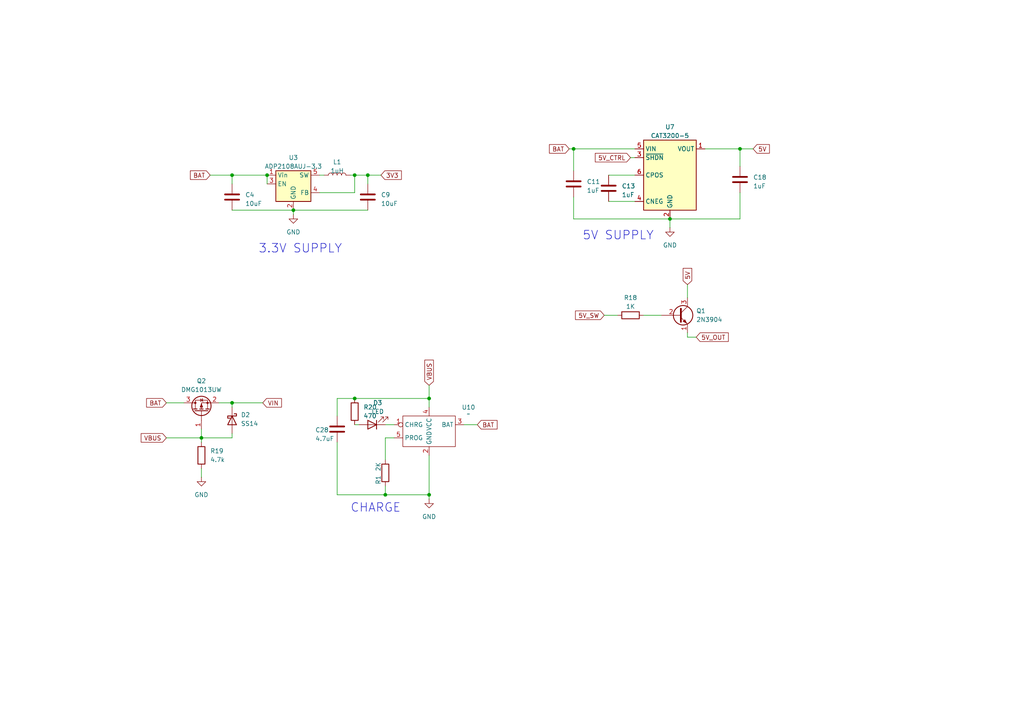
<source format=kicad_sch>
(kicad_sch (version 20231120) (generator "eeschema") (generator_version "8.0")
  (paper "A4")
  (lib_symbols
    (symbol "Battery_Management:TP4054"
      (property "Reference" "U" (at -6.604 0 0))
      (symbol "TP4054_0_1"
        (rectangle (start -7.62 -1.27) (end 7.62 -10.16))
      )
      (symbol "TP4054_1_1"
        (pin input inverted (at -10.16 -3.81 0) (length 2.54) (name "CHRG") (number "1"))
        (pin input line (at 0 -12.7 90) (length 2.54) (name "GND") (number "2"))
        (pin power_in line (at 10.16 -3.81 180) (length 2.54) (name "BAT") (number "3"))
        (pin power_in line (at 0 1.27 270) (length 2.54) (name "VCC") (number "4"))
        (pin input line (at -10.16 -7.62 0) (length 2.54) (name "PROG") (number "5"))
      )
    )
    (symbol "Device:C" (pin_numbers hide) (pin_names (offset 0.254))
      (property "Reference" "C" (at 0.635 2.54 0))
      (property "Value" "C" (at 0.635 -2.54 0))
      (symbol "C_0_1"
        (polyline (pts (xy -2.032 -0.762) (xy 2.032 -0.762)) (stroke (width 0.508)))
        (polyline (pts (xy -2.032 0.762) (xy 2.032 0.762)) (stroke (width 0.508)))
      )
      (symbol "C_1_1"
        (pin passive line (at 0 3.81 270) (length 2.794) (name "~") (number "1"))
        (pin passive line (at 0 -3.81 90) (length 2.794) (name "~") (number "2"))
      )
    )
    (symbol "Device:L" (pin_numbers hide) (pin_names (offset 1.016) hide)
      (property "Reference" "L" (at -1.27 0 90))
      (property "Value" "L" (at 1.905 0 90))
      (symbol "L_0_1"
        (arc (start 0 -2.54) (mid 0.6323 -1.905) (end 0 -1.27))
        (arc (start 0 -1.27) (mid 0.6323 -0.635) (end 0 0))
        (arc (start 0 0) (mid 0.6323 0.635) (end 0 1.27))
        (arc (start 0 1.27) (mid 0.6323 1.905) (end 0 2.54))
      )
      (symbol "L_1_1"
        (pin passive line (at 0 3.81 270) (length 1.27) (name "1") (number "1"))
        (pin passive line (at 0 -3.81 90) (length 1.27) (name "2") (number "2"))
      )
    )
    (symbol "Device:LED" (pin_numbers hide) (pin_names (offset 1.016) hide)
      (property "Reference" "D" (at 0 2.54 0))
      (property "Value" "LED" (at 0 -2.54 0))
      (symbol "LED_0_1"
        (polyline (pts (xy -1.27 -1.27) (xy -1.27 1.27)) (stroke (width 0.254)))
        (polyline (pts (xy -1.27 0) (xy 1.27 0)))
        (polyline (pts (xy 1.27 -1.27) (xy 1.27 1.27) (xy -1.27 0) (xy 1.27 -1.27)) (stroke (width 0.254)))
        (polyline (pts (xy -3.048 -0.762) (xy -4.572 -2.286) (xy -3.81 -2.286) (xy -4.572 -2.286) (xy -4.572 -1.524)))
        (polyline (pts (xy -1.778 -0.762) (xy -3.302 -2.286) (xy -2.54 -2.286) (xy -3.302 -2.286) (xy -3.302 -1.524)))
      )
      (symbol "LED_1_1"
        (pin passive line (at -3.81 0 0) (length 2.54) (name "K") (number "1"))
        (pin passive line (at 3.81 0 180) (length 2.54) (name "A") (number "2"))
      )
    )
    (symbol "Device:R" (pin_numbers hide) (pin_names (offset 0))
      (property "Reference" "R" (at 2.032 0 90))
      (property "Value" "R" (at 0 0 90))
      (symbol "R_0_1"
        (rectangle (start -1.016 -2.54) (end 1.016 2.54) (stroke (width 0.254)))
      )
      (symbol "R_1_1"
        (pin passive line (at 0 3.81 270) (length 1.27) (name "~") (number "1"))
        (pin passive line (at 0 -3.81 90) (length 1.27) (name "~") (number "2"))
      )
    )
    (symbol "Diode:SS14" (pin_numbers hide) (pin_names (offset 1.016) hide)
      (property "Reference" "D" (at 0 2.54 0))
      (property "Value" "SS14" (at 0 -2.54 0))
      (symbol "SS14_0_1"
        (polyline (pts (xy 1.27 0) (xy -1.27 0)))
        (polyline (pts (xy 1.27 1.27) (xy 1.27 -1.27) (xy -1.27 0) (xy 1.27 1.27)) (stroke (width 0.254)))
        (polyline (pts (xy -1.905 0.635) (xy -1.905 1.27) (xy -1.27 1.27) (xy -1.27 -1.27) (xy -0.635 -1.27) (xy -0.635 -0.635)) (stroke (width 0.254)))
      )
      (symbol "SS14_1_1"
        (pin passive line (at -3.81 0 0) (length 2.54) (name "K") (number "1"))
        (pin passive line (at 3.81 0 180) (length 2.54) (name "A") (number "2"))
      )
    )
    (symbol "GND_2" (power) (pin_numbers hide) (pin_names (offset 0) hide)
      (property "Value" "GND" (at 0 -3.81 0))
      (symbol "GND_2_0_1"
        (polyline (pts (xy 0 0) (xy 0 -1.27) (xy 1.27 -1.27) (xy 0 -2.54) (xy -1.27 -1.27) (xy 0 -1.27)))
      )
      (symbol "GND_2_1_1"
        (pin power_in line (at 0 0 270) (length 0) (name "~") (number "1"))
      )
    )
    (symbol "Regulator_SwitchedCapacitor:CAT3200-5"
      (property "Reference" "U" (at 6.35 11.43 0))
      (property "Value" "CAT3200-5" (at 6.35 -11.43 0))
      (symbol "CAT3200-5_0_1"
        (rectangle (start -7.62 10.16) (end 7.62 -10.16) (stroke (width 0.254)) (fill (type background)))
      )
      (symbol "CAT3200-5_1_1"
        (pin power_out line (at 10.16 7.62 180) (length 2.54) (name "VOUT") (number "1"))
        (pin power_in line (at 0 -12.7 90) (length 2.54) (name "GND") (number "2"))
        (pin input line (at -10.16 5.08 0) (length 2.54) (name "~{SHDN}") (number "3"))
        (pin passive line (at -10.16 -7.62 0) (length 2.54) (name "CNEG") (number "4"))
        (pin power_in line (at -10.16 7.62 0) (length 2.54) (name "VIN") (number "5"))
        (pin passive line (at -10.16 0 0) (length 2.54) (name "CPOS") (number "6"))
      )
    )
    (symbol "Regulator_Switching:ADP2108AUJ-3.3"
      (property "Reference" "U" (at -5.08 5.08 0))
      (property "Value" "ADP2108AUJ-3.3" (at 0 5.08 0))
      (symbol "ADP2108AUJ-3.3_0_1"
        (rectangle (start -5.08 3.81) (end 5.08 -5.08) (stroke (width 0.254)) (fill (type background)))
      )
      (symbol "ADP2108AUJ-3.3_1_1"
        (pin power_in line (at -7.62 2.54 0) (length 2.54) (name "Vin") (number "1"))
        (pin power_in line (at 0 -7.62 90) (length 2.54) (name "GND") (number "2"))
        (pin input line (at -7.62 0 0) (length 2.54) (name "EN") (number "3"))
        (pin input line (at 7.62 -2.54 180) (length 2.54) (name "FB") (number "4"))
        (pin input line (at 7.62 2.54 180) (length 2.54) (name "SW") (number "5"))
      )
    )
    (symbol "Transistor_BJT:2N3904" (pin_names (offset 0) hide)
      (property "Reference" "Q" (at 5.08 1.905 0))
      (property "Value" "2N3904" (at 5.08 0 0))
      (symbol "2N3904_0_1"
        (polyline (pts (xy 0.635 0.635) (xy 2.54 2.54)))
        (polyline (pts (xy 0.635 -0.635) (xy 2.54 -2.54) (xy 2.54 -2.54)))
        (polyline (pts (xy 0.635 1.905) (xy 0.635 -1.905) (xy 0.635 -1.905)) (stroke (width 0.508)))
        (polyline (pts (xy 1.27 -1.778) (xy 1.778 -1.27) (xy 2.286 -2.286) (xy 1.27 -1.778) (xy 1.27 -1.778)) (fill (type outline)))
        (circle (center 1.27 0) (radius 2.8194) (stroke (width 0.254)))
      )
      (symbol "2N3904_1_1"
        (pin passive line (at 2.54 -5.08 90) (length 2.54) (name "E") (number "1"))
        (pin passive line (at -5.08 0 0) (length 5.715) (name "B") (number "2"))
        (pin passive line (at 2.54 5.08 270) (length 2.54) (name "C") (number "3"))
      )
    )
    (symbol "Transistor_FET:IRLML6402" (pin_names hide)
      (property "Reference" "Q" (at 5.08 1.905 0))
      (property "Value" "IRLML6402" (at 5.08 0 0))
      (symbol "IRLML6402_0_1"
        (polyline (pts (xy 0.254 0) (xy -2.54 0)))
        (polyline (pts (xy 0.254 1.905) (xy 0.254 -1.905)) (stroke (width 0.254)))
        (polyline (pts (xy 0.762 -1.27) (xy 0.762 -2.286)) (stroke (width 0.254)))
        (polyline (pts (xy 0.762 0.508) (xy 0.762 -0.508)) (stroke (width 0.254)))
        (polyline (pts (xy 0.762 2.286) (xy 0.762 1.27)) (stroke (width 0.254)))
        (polyline (pts (xy 2.54 2.54) (xy 2.54 1.778)))
        (polyline (pts (xy 2.54 -2.54) (xy 2.54 0) (xy 0.762 0)))
        (polyline (pts (xy 0.762 1.778) (xy 3.302 1.778) (xy 3.302 -1.778) (xy 0.762 -1.778)))
        (polyline (pts (xy 2.286 0) (xy 1.27 0.381) (xy 1.27 -0.381) (xy 2.286 0)) (fill (type outline)))
        (polyline (pts (xy 2.794 -0.508) (xy 2.921 -0.381) (xy 3.683 -0.381) (xy 3.81 -0.254)))
        (polyline (pts (xy 3.302 -0.381) (xy 2.921 0.254) (xy 3.683 0.254) (xy 3.302 -0.381)))
        (circle (center 1.651 0) (radius 2.794) (stroke (width 0.254)))
        (circle (center 2.54 -1.778) (radius 0.254) (fill (type outline)))
        (circle (center 2.54 1.778) (radius 0.254) (fill (type outline)))
      )
      (symbol "IRLML6402_1_1"
        (pin input line (at -5.08 0 0) (length 2.54) (name "G") (number "1"))
        (pin passive line (at 2.54 -5.08 90) (length 2.54) (name "S") (number "2"))
        (pin passive line (at 2.54 5.08 270) (length 2.54) (name "D") (number "3"))
      )
    )
  )
  (junction (at 214.63 43.18))
  (junction (at 102.87 115.57))
  (junction (at 77.47 50.8))
  (junction (at 124.46 115.57))
  (junction (at 106.68 50.8))
  (junction (at 67.31 116.84))
  (junction (at 166.37 43.18))
  (junction (at 102.87 50.8))
  (junction (at 85.09 60.96))
  (junction (at 124.46 143.51))
  (junction (at 67.31 50.8))
  (junction (at 111.76 143.51))
  (junction (at 58.42 127))
  (junction (at 194.31 63.5))
  (wire (pts (xy 175.26 91.44) (xy 179.07 91.44)))
  (wire (pts (xy 106.68 50.8) (xy 110.49 50.8)))
  (wire (pts (xy 111.76 143.51) (xy 124.46 143.51)))
  (wire (pts (xy 176.53 58.42) (xy 184.15 58.42)))
  (wire (pts (xy 67.31 60.96) (xy 85.09 60.96)))
  (wire (pts (xy 102.87 115.57) (xy 124.46 115.57)))
  (wire (pts (xy 111.76 133.35) (xy 111.76 127)))
  (wire (pts (xy 214.63 55.88) (xy 214.63 63.5)))
  (wire (pts (xy 97.79 128.27) (xy 97.79 143.51)))
  (wire (pts (xy 58.42 127) (xy 58.42 128.27)))
  (wire (pts (xy 134.62 123.19) (xy 138.43 123.19)))
  (wire (pts (xy 67.31 50.8) (xy 77.47 50.8)))
  (wire (pts (xy 102.87 55.88) (xy 102.87 50.8)))
  (wire (pts (xy 67.31 116.84) (xy 63.5 116.84)))
  (wire (pts (xy 124.46 115.57) (xy 124.46 118.11)))
  (wire (pts (xy 182.88 45.72) (xy 184.15 45.72)))
  (wire (pts (xy 101.6 50.8) (xy 102.87 50.8)))
  (wire (pts (xy 67.31 53.34) (xy 67.31 50.8)))
  (wire (pts (xy 48.26 127) (xy 58.42 127)))
  (wire (pts (xy 214.63 43.18) (xy 214.63 48.26)))
  (wire (pts (xy 58.42 135.89) (xy 58.42 138.43)))
  (wire (pts (xy 176.53 50.8) (xy 184.15 50.8)))
  (wire (pts (xy 92.71 50.8) (xy 93.98 50.8)))
  (wire (pts (xy 102.87 123.19) (xy 104.14 123.19)))
  (wire (pts (xy 111.76 123.19) (xy 114.3 123.19)))
  (wire (pts (xy 77.47 50.8) (xy 77.47 53.34)))
  (wire (pts (xy 67.31 125.73) (xy 67.31 127)))
  (wire (pts (xy 199.39 82.55) (xy 199.39 86.36)))
  (wire (pts (xy 204.47 43.18) (xy 214.63 43.18)))
  (wire (pts (xy 92.71 55.88) (xy 102.87 55.88)))
  (wire (pts (xy 166.37 57.15) (xy 166.37 63.5)))
  (wire (pts (xy 58.42 124.46) (xy 58.42 127)))
  (wire (pts (xy 67.31 118.11) (xy 67.31 116.84)))
  (wire (pts (xy 97.79 143.51) (xy 111.76 143.51)))
  (wire (pts (xy 111.76 140.97) (xy 111.76 143.51)))
  (wire (pts (xy 48.26 116.84) (xy 53.34 116.84)))
  (wire (pts (xy 85.09 60.96) (xy 106.68 60.96)))
  (wire (pts (xy 124.46 143.51) (xy 124.46 144.78)))
  (wire (pts (xy 106.68 53.34) (xy 106.68 50.8)))
  (wire (pts (xy 214.63 43.18) (xy 218.44 43.18)))
  (wire (pts (xy 194.31 63.5) (xy 194.31 66.04)))
  (wire (pts (xy 166.37 49.53) (xy 166.37 43.18)))
  (wire (pts (xy 194.31 63.5) (xy 214.63 63.5)))
  (wire (pts (xy 124.46 132.08) (xy 124.46 143.51)))
  (wire (pts (xy 97.79 115.57) (xy 102.87 115.57)))
  (wire (pts (xy 166.37 43.18) (xy 184.15 43.18)))
  (wire (pts (xy 186.69 91.44) (xy 191.77 91.44)))
  (wire (pts (xy 124.46 111.76) (xy 124.46 115.57)))
  (wire (pts (xy 85.09 60.96) (xy 85.09 62.23)))
  (wire (pts (xy 199.39 97.79) (xy 199.39 96.52)))
  (wire (pts (xy 166.37 63.5) (xy 194.31 63.5)))
  (wire (pts (xy 111.76 127) (xy 114.3 127)))
  (wire (pts (xy 67.31 127) (xy 58.42 127)))
  (wire (pts (xy 165.1 43.18) (xy 166.37 43.18)))
  (wire (pts (xy 67.31 116.84) (xy 76.2 116.84)))
  (wire (pts (xy 97.79 120.65) (xy 97.79 115.57)))
  (wire (pts (xy 102.87 50.8) (xy 106.68 50.8)))
  (wire (pts (xy 60.96 50.8) (xy 67.31 50.8)))
  (wire (pts (xy 201.93 97.79) (xy 199.39 97.79)))
  (text "5V SUPPLY" (at 168.91 69.85 0) (effects (font (size 2.5 2.5)) (justify left bottom)))
  (text "CHARGE" (at 101.6 148.844 0) (effects (font (size 2.5 2.5)) (justify left bottom)))
  (text "3.3V SUPPLY" (at 74.93 73.66 0) (effects (font (size 2.5 2.5)) (justify left bottom)))
  (global_label "VBUS" (shape input) (at 48.26 127 180) (property "Intersheetrefs" "${INTERSHEET_REFS}" (effects (hide yes))))
  (global_label "5V" (shape input) (at 199.39 82.55 90) (property "Intersheetrefs" "${INTERSHEET_REFS}" (effects (hide yes))))
  (global_label "BAT" (shape input) (at 48.26 116.84 180) (property "Intersheetrefs" "${INTERSHEET_REFS}" (effects (hide yes))))
  (global_label "5V" (shape input) (at 218.44 43.18 0) (property "Intersheetrefs" "${INTERSHEET_REFS}" (effects (hide yes))))
  (global_label "5V_OUT" (shape input) (at 201.93 97.79 0) (property "Intersheetrefs" "${INTERSHEET_REFS}" (effects (hide yes))))
  (global_label "BAT" (shape input) (at 165.1 43.18 180) (property "Intersheetrefs" "${INTERSHEET_REFS}" (effects (hide yes))))
  (global_label "3V3" (shape input) (at 110.49 50.8 0) (property "Intersheetrefs" "${INTERSHEET_REFS}" (effects (hide yes))))
  (global_label "5V_CTRL" (shape input) (at 182.88 45.72 180) (property "Intersheetrefs" "${INTERSHEET_REFS}" (effects (hide yes))))
  (global_label "VBUS" (shape input) (at 124.46 111.76 90) (property "Intersheetrefs" "${INTERSHEET_REFS}" (effects (hide yes))))
  (global_label "5V_SW" (shape input) (at 175.26 91.44 180) (property "Intersheetrefs" "${INTERSHEET_REFS}" (effects (hide yes))))
  (global_label "BAT" (shape input) (at 138.43 123.19 0) (property "Intersheetrefs" "${INTERSHEET_REFS}" (effects (hide yes))))
  (global_label "BAT" (shape input) (at 60.96 50.8 180) (property "Intersheetrefs" "${INTERSHEET_REFS}" (effects (hide yes))))
  (global_label "VIN" (shape input) (at 76.2 116.84 0) (property "Intersheetrefs" "${INTERSHEET_REFS}" (effects (hide yes))))
  (symbol (lib_id "Transistor_BJT:2N3904") (at 196.85 91.44 0) (unit 1)
    (property "Reference" "Q1" (at 201.93 90.1699 0) (effects (justify left)))
    (property "Value" "2N3904" (at 201.93 92.7099 0) (effects (justify left)))
    (property "Footprint" "Package_TO_SOT_SMD:SOT-23-3" (effects (hide yes)))
    (property "Datasheet" "https://www.onsemi.com/pub/Collateral/2N3903-D.PDF" (effects (hide yes)))
    (property "Description" "0.2A Ic, 40V Vce, Small Signal NPN Transistor, TO-92" (effects (hide yes)))
  )
  (symbol (lib_name "GND_2") (lib_id "power:GND") (at 58.42 138.43 0) (unit 1)
    (property "Reference" "#PWR028" (effects (hide yes)))
    (property "Value" "GND" (at 58.42 143.51 0))
    (property "Description" "Power symbol creates a global label with name \"GND\" , ground" (effects (hide yes)))
  )
  (symbol (lib_id "Device:R") (at 58.42 132.08 180) (unit 1)
    (property "Reference" "R19" (at 60.96 130.8099 0) (effects (justify right)))
    (property "Value" "4.7k" (at 60.96 133.3499 0) (effects (justify right)))
    (property "Description" "Resistor" (effects (hide yes)))
  )
  (symbol (lib_id "Device:R") (at 102.87 119.38 180) (unit 1)
    (property "Reference" "R20" (at 105.41 118.1099 0) (effects (justify right)))
    (property "Value" "470" (at 105.41 120.6499 0) (effects (justify right)))
    (property "Footprint" "Resistor_SMD:R_0805_2012Metric_Pad1.20x1.40mm_HandSolder" (effects (hide yes)))
  )
  (symbol (lib_name "GND_2") (lib_id "power:GND") (at 85.09 62.23 0) (unit 1)
    (property "Reference" "#PWR06" (effects (hide yes)))
    (property "Value" "GND" (at 85.09 67.31 0))
    (property "Description" "Power symbol creates a global label with name \"GND\" , ground" (effects (hide yes)))
  )
  (symbol (lib_id "Battery_Management:TP4054") (at 124.46 119.38 0) (unit 1)
    (property "Reference" "U10" (at 135.89 118.1414 0))
    (property "Value" "~" (at 135.89 120.0465 0))
  )
  (symbol (lib_id "Device:R") (at 111.76 137.16 180) (unit 1)
    (property "Reference" "R1" (at 109.728 139.192 90))
    (property "Value" "2K" (at 109.728 135.382 90))
    (property "Footprint" "Resistor_SMD:R_0805_2012Metric_Pad1.20x1.40mm_HandSolder" (effects (hide yes)))
  )
  (symbol (lib_name "GND_2") (lib_id "power:GND") (at 194.31 66.04 0) (unit 1)
    (property "Reference" "#PWR011" (effects (hide yes)))
    (property "Value" "GND" (at 194.31 71.12 0))
    (property "Description" "Power symbol creates a global label with name \"GND\" , ground" (effects (hide yes)))
  )
  (symbol (lib_id "Device:LED") (at 107.95 123.19 180) (unit 1)
    (property "Reference" "D3" (at 109.5375 116.84 0))
    (property "Value" "LED" (at 109.5375 119.38 0))
    (property "Footprint" "LED_SMD:LED_1206_3216Metric_Pad1.42x1.75mm_HandSolder" (effects (hide yes)))
  )
  (symbol (lib_id "Transistor_FET:IRLML6402") (at 58.42 119.38 90) (unit 1)
    (property "Reference" "Q2" (at 58.42 110.49 90))
    (property "Value" "DMG1013UW" (at 58.42 113.03 90))
    (property "Footprint" "Package_TO_SOT_SMD:SOT-23" (effects (hide yes)))
    (property "Datasheet" "https://www.infineon.com/dgdl/irlml6402pbf.pdf?fileId=5546d462533600a401535668d5c2263c" (effects (hide yes)))
    (property "Description" "-3.7A Id, -20V Vds, 65mOhm Rds, P-Channel HEXFET Power MOSFET, SOT-23" (effects (hide yes)))
  )
  (symbol (lib_id "Regulator_SwitchedCapacitor:CAT3200-5") (at 194.31 50.8 0) (unit 1)
    (property "Reference" "U7" (at 194.31 36.83 0))
    (property "Value" "CAT3200-5" (at 194.31 39.37 0))
    (property "Footprint" "Package_TO_SOT_SMD:SOT-23-6" (effects (hide yes)))
    (property "Datasheet" "https://www.onsemi.com/pdf/datasheet/cat3200-d.pdf" (effects (hide yes)))
  )
  (symbol (lib_id "Device:C") (at 106.68 57.15 0) (unit 1)
    (property "Reference" "C9" (at 110.49 56.515 0) (effects (justify left)))
    (property "Value" "10uF" (at 110.49 59.055 0) (effects (justify left)))
    (property "Footprint" "Capacitor_SMD:C_0805_2012Metric_Pad1.18x1.45mm_HandSolder" (effects (hide yes)))
  )
  (symbol (lib_id "Device:C") (at 67.31 57.15 0) (unit 1)
    (property "Reference" "C4" (at 71.12 56.515 0) (effects (justify left)))
    (property "Value" "10uF" (at 71.12 59.055 0) (effects (justify left)))
    (property "Footprint" "Capacitor_SMD:C_0805_2012Metric_Pad1.18x1.45mm_HandSolder" (effects (hide yes)))
  )
  (symbol (lib_id "Device:C") (at 176.53 54.61 0) (unit 1)
    (property "Reference" "C13" (at 180.34 53.975 0) (effects (justify left)))
    (property "Value" "1uF" (at 180.34 56.515 0) (effects (justify left)))
    (property "Footprint" "Capacitor_SMD:C_0805_2012Metric_Pad1.18x1.45mm_HandSolder" (effects (hide yes)))
  )
  (symbol (lib_id "Device:C") (at 214.63 52.07 0) (unit 1)
    (property "Reference" "C18" (at 218.44 51.435 0) (effects (justify left)))
    (property "Value" "1uF" (at 218.44 53.975 0) (effects (justify left)))
    (property "Footprint" "Capacitor_SMD:C_0805_2012Metric_Pad1.18x1.45mm_HandSolder" (effects (hide yes)))
  )
  (symbol (lib_id "Device:R") (at 182.88 91.44 90) (unit 1)
    (property "Reference" "R18" (at 182.88 86.36 90))
    (property "Value" "1K" (at 182.88 88.9 90))
    (property "Footprint" "Resistor_SMD:R_0805_2012Metric_Pad1.20x1.40mm_HandSolder" (effects (hide yes)))
  )
  (symbol (lib_id "Device:C") (at 166.37 53.34 0) (unit 1)
    (property "Reference" "C11" (at 170.18 52.705 0) (effects (justify left)))
    (property "Value" "1uF" (at 170.18 55.245 0) (effects (justify left)))
    (property "Footprint" "Capacitor_SMD:C_0805_2012Metric_Pad1.18x1.45mm_HandSolder" (effects (hide yes)))
  )
  (symbol (lib_id "Device:L") (at 97.79 50.8 90) (unit 1)
    (property "Reference" "L1" (at 97.79 46.99 90))
    (property "Value" "1uH" (at 97.79 49.53 90))
    (property "Footprint" "Inductor_SMD:L_1008_2520Metric_Pad1.43x2.20mm_HandSolder" (effects (hide yes)))
  )
  (symbol (lib_name "GND_2") (lib_id "power:GND") (at 124.46 144.78 0) (unit 1)
    (property "Reference" "#PWR029" (effects (hide yes)))
    (property "Value" "GND" (at 124.46 149.86 0))
    (property "Description" "Power symbol creates a global label with name \"GND\" , ground" (effects (hide yes)))
  )
  (symbol (lib_id "Diode:SS14") (at 67.31 121.92 270) (unit 1)
    (property "Reference" "D2" (at 69.85 120.3324 90) (effects (justify left)))
    (property "Value" "SS14" (at 69.85 122.8724 90) (effects (justify left)))
    (property "Footprint" "Diode_SMD:D_SMA" (effects (hide yes)))
    (property "Datasheet" "https://www.vishay.com/docs/88746/ss12.pdf" (effects (hide yes)))
    (property "Description" "40V 1A Schottky Diode, SMA" (effects (hide yes)))
  )
  (symbol (lib_id "Device:C") (at 97.79 124.46 0) (unit 1)
    (property "Reference" "C28" (at 91.44 124.714 0) (effects (justify left)))
    (property "Value" "4.7uF" (at 91.44 127.254 0) (effects (justify left)))
    (property "Footprint" "Capacitor_SMD:C_0805_2012Metric_Pad1.18x1.45mm_HandSolder" (effects (hide yes)))
  )
  (symbol (lib_id "Regulator_Switching:ADP2108AUJ-3.3") (at 85.09 53.34 0) (unit 1)
    (property "Reference" "U3" (at 85.09 45.72 0))
    (property "Value" "ADP2108AUJ-3.3" (at 85.09 48.26 0))
    (property "Footprint" "Package_TO_SOT_SMD:TSOT-23-5" (effects (hide yes)))
    (property "Datasheet" "https://www.analog.com/media/en/technical-documentation/data-sheets/ADP2108.pdf" (effects (hide yes)))
  )
)
</source>
